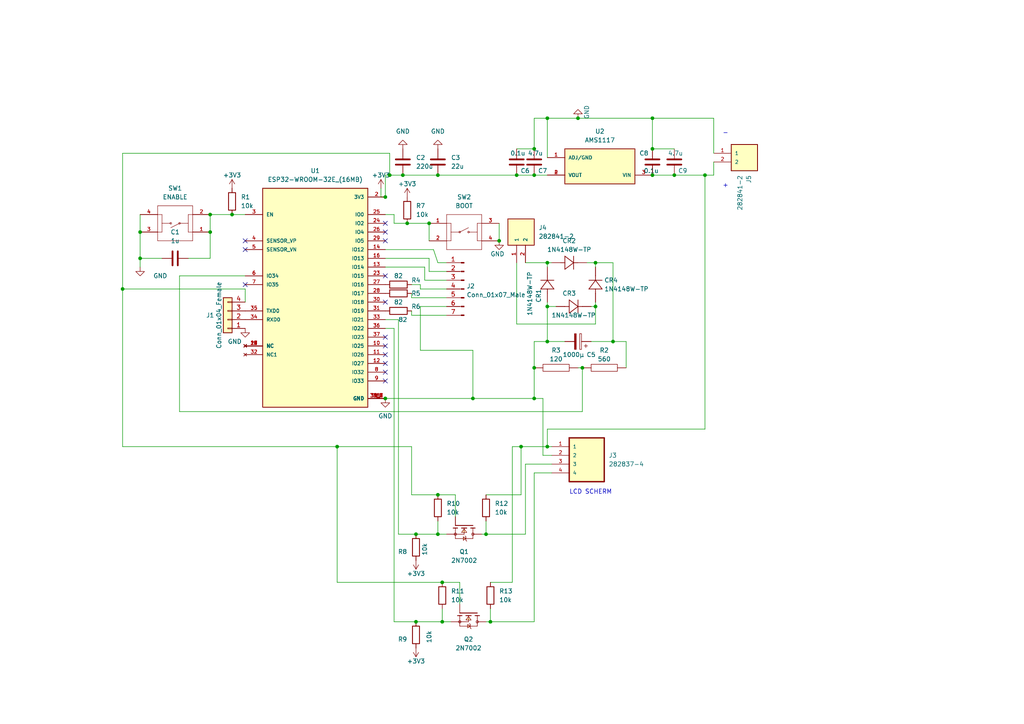
<source format=kicad_sch>
(kicad_sch (version 20211123) (generator eeschema)
  (paper "A4")
  (lib_symbols
    (symbol "1825910-6:1825910-6" (pin_names (offset 1.016) hide)
      (property "Reference" "SW" (at -5.08 5.842 0))
      (property "Value" "1825910-6" (at -5.08 -7.62 0))
      (symbol "1825910-6_0_0"
        (circle (center -1.27 0) (radius 0.254) (stroke (width 0.127)))
        (polyline (pts (xy -5.08 -5.08) (xy 5.08 -5.08)) (stroke (width 0.127)))
        (polyline (pts (xy -5.08 -2.54) (xy -5.08 -5.08)) (stroke (width 0.127)))
        (polyline (pts (xy -5.08 2.54) (xy -5.08 -2.54)) (stroke (width 0.127)))
        (polyline (pts (xy -5.08 2.54) (xy -3.81 2.54)) (stroke (width 0.127)))
        (polyline (pts (xy -5.08 5.08) (xy -5.08 2.54)) (stroke (width 0.127)))
        (polyline (pts (xy -5.08 5.08) (xy 5.08 5.08)) (stroke (width 0.127)))
        (polyline (pts (xy -3.81 -2.54) (xy -5.08 -2.54)) (stroke (width 0.127)))
        (polyline (pts (xy -3.81 0) (xy -3.81 -2.54)) (stroke (width 0.127)))
        (polyline (pts (xy -3.81 0) (xy -1.27 0)) (stroke (width 0.127)))
        (polyline (pts (xy -3.81 2.54) (xy -3.81 0)) (stroke (width 0.127)))
        (polyline (pts (xy -1.27 0) (xy 1.27 1.27)) (stroke (width 0.127)))
        (polyline (pts (xy 1.27 0) (xy 3.81 0)) (stroke (width 0.127)))
        (polyline (pts (xy 3.81 -2.54) (xy 5.08 -2.54)) (stroke (width 0.127)))
        (polyline (pts (xy 3.81 0) (xy 3.81 -2.54)) (stroke (width 0.127)))
        (polyline (pts (xy 3.81 0) (xy 3.81 2.54)) (stroke (width 0.127)))
        (polyline (pts (xy 3.81 2.54) (xy 5.08 2.54)) (stroke (width 0.127)))
        (polyline (pts (xy 5.08 -2.54) (xy 5.08 -5.08)) (stroke (width 0.127)))
        (polyline (pts (xy 5.08 2.54) (xy 5.08 -2.54)) (stroke (width 0.127)))
        (polyline (pts (xy 5.08 5.08) (xy 5.08 2.54)) (stroke (width 0.127)))
        (circle (center 1.27 0) (radius 0.254) (stroke (width 0.127)))
        (pin passive line (at -10.16 2.54 0) (length 5.08) (name "~") (number "1"))
        (pin passive line (at -10.16 -2.54 0) (length 5.08) (name "~") (number "2"))
        (pin passive line (at 10.16 2.54 180) (length 5.08) (name "~") (number "3"))
        (pin passive line (at 10.16 -2.54 180) (length 5.08) (name "~") (number "4"))
      )
    )
    (symbol "1N4148W-TP:1N4148W-TP" (pin_numbers hide) (pin_names (offset 1.016) hide)
      (property "Reference" "CR" (at -2.8194 2.6924 0))
      (property "Value" "1N4148W-TP" (at -3.8862 -5.5372 0))
      (symbol "1N4148W-TP_0_0"
        (polyline (pts (xy 2.54 0) (xy 3.81 0)) (stroke (width 0.2032)))
        (polyline (pts (xy 3.81 -1.905) (xy 6.35 0)) (stroke (width 0.2032)))
        (polyline (pts (xy 3.81 0) (xy 3.81 -1.905)) (stroke (width 0.2032)))
        (polyline (pts (xy 3.81 1.905) (xy 3.81 0)) (stroke (width 0.2032)))
        (polyline (pts (xy 6.35 -1.905) (xy 6.35 0)) (stroke (width 0.2032)))
        (polyline (pts (xy 6.35 0) (xy 3.81 1.905)) (stroke (width 0.2032)))
        (polyline (pts (xy 6.35 0) (xy 6.35 1.905)) (stroke (width 0.2032)))
        (polyline (pts (xy 6.35 0) (xy 7.62 0)) (stroke (width 0.2032)))
        (pin passive line (at 10.16 0 180) (length 2.54) (name "~") (number "1"))
        (pin passive line (at 0 0 0) (length 2.54) (name "~") (number "2"))
      )
    )
    (symbol "282837-4:282837-4" (pin_names (offset 1.016))
      (property "Reference" "J" (at 0 12.7 0))
      (property "Value" "282837-4" (at 0 -10.16 0))
      (symbol "282837-4_0_0"
        (rectangle (start -5.08 -5.08) (end 5.08 7.62) (stroke (width 0.4064)) (fill (type background)))
        (pin passive line (at -10.16 5.08 0) (length 5.08) (name "1") (number "1"))
        (pin passive line (at -10.16 2.54 0) (length 5.08) (name "2") (number "2"))
        (pin passive line (at -10.16 0 0) (length 5.08) (name "3") (number "3"))
        (pin passive line (at -10.16 -2.54 0) (length 5.08) (name "4") (number "4"))
      )
    )
    (symbol "282841-2:282841-2" (pin_names (offset 1.016))
      (property "Reference" "J" (at 0 10.16 0))
      (property "Value" "282841-2" (at 0 -7.62 0))
      (symbol "282841-2_0_0"
        (rectangle (start -5.08 -2.54) (end 2.54 5.08) (stroke (width 0.254)) (fill (type background)))
        (pin passive line (at -10.16 2.54 0) (length 5.08) (name "1") (number "1"))
        (pin passive line (at -10.16 0 0) (length 5.08) (name "2") (number "2"))
      )
    )
    (symbol "2N7002:2N7002" (pin_numbers hide) (pin_names (offset 1.016) hide)
      (property "Reference" "Q" (at -8.89 2.54 0))
      (property "Value" "2N7002" (at -8.89 -7.62 0))
      (symbol "2N7002_0_0"
        (polyline (pts (xy 0 2.54) (xy 0 -2.54)) (stroke (width 0.254)))
        (polyline (pts (xy 0.762 -2.54) (xy 0.762 -3.175)) (stroke (width 0.254)))
        (polyline (pts (xy 0.762 -1.905) (xy 0.762 -2.54)) (stroke (width 0.254)))
        (polyline (pts (xy 0.762 0) (xy 0.762 -0.762)) (stroke (width 0.254)))
        (polyline (pts (xy 0.762 0) (xy 2.54 0)) (stroke (width 0.1524)))
        (polyline (pts (xy 0.762 0.762) (xy 0.762 0)) (stroke (width 0.254)))
        (polyline (pts (xy 0.762 2.54) (xy 0.762 1.905)) (stroke (width 0.254)))
        (polyline (pts (xy 0.762 2.54) (xy 3.81 2.54)) (stroke (width 0.1524)))
        (polyline (pts (xy 0.762 3.175) (xy 0.762 2.54)) (stroke (width 0.254)))
        (polyline (pts (xy 2.54 -2.54) (xy 0.762 -2.54)) (stroke (width 0.1524)))
        (polyline (pts (xy 2.54 -2.54) (xy 3.81 -2.54)) (stroke (width 0.1524)))
        (polyline (pts (xy 2.54 0) (xy 2.54 -2.54)) (stroke (width 0.1524)))
        (polyline (pts (xy 3.302 0.508) (xy 3.048 0.254)) (stroke (width 0.1524)))
        (polyline (pts (xy 3.81 0.508) (xy 3.302 0.508)) (stroke (width 0.1524)))
        (polyline (pts (xy 3.81 0.508) (xy 3.81 -2.54)) (stroke (width 0.1524)))
        (polyline (pts (xy 3.81 2.54) (xy 3.81 0.508)) (stroke (width 0.1524)))
        (polyline (pts (xy 4.318 0.508) (xy 3.81 0.508)) (stroke (width 0.1524)))
        (polyline (pts (xy 4.572 0.762) (xy 4.318 0.508)) (stroke (width 0.1524)))
        (polyline (pts (xy 1.016 0) (xy 2.032 0.762) (xy 2.032 -0.762) (xy 1.016 0)) (stroke (width 0.1524)) (fill (type background)))
        (polyline (pts (xy 3.81 0.508) (xy 3.302 -0.254) (xy 4.318 -0.254) (xy 3.81 0.508)) (stroke (width 0.1524)) (fill (type background)))
        (circle (center 2.54 -2.54) (radius 0.3556))
        (circle (center 2.54 2.54) (radius 0.3556))
        (pin passive line (at -2.54 -2.54 0) (length 2.54) (name "~") (number "1"))
        (pin passive line (at 2.54 -5.08 90) (length 2.54) (name "~") (number "2"))
        (pin passive line (at 2.54 5.08 270) (length 2.54) (name "~") (number "3"))
      )
    )
    (symbol "AMS1117:AMS1117" (pin_names (offset 1.016))
      (property "Reference" "U" (at -10.16 5.588 0))
      (property "Value" "AMS1117" (at -10.16 -8.128 0))
      (symbol "AMS1117_0_0"
        (rectangle (start -10.16 -5.08) (end 10.16 5.08) (stroke (width 0.254)) (fill (type background)))
        (pin power_in line (at 15.24 -2.54 180) (length 5.08) (name "ADJ/GND") (number "1"))
        (pin output line (at 15.24 2.54 180) (length 5.08) (name "VOUT") (number "2"))
        (pin input line (at -15.24 2.54 0) (length 5.08) (name "VIN") (number "3"))
        (pin output line (at 15.24 2.54 180) (length 5.08) (name "VOUT") (number "4"))
      )
    )
    (symbol "Connector:Conn_01x07_Male" (pin_names (offset 1.016) hide)
      (property "Reference" "J" (at 0 10.16 0))
      (property "Value" "Conn_01x07_Male" (at 0 -10.16 0))
      (symbol "Conn_01x07_Male_1_1"
        (polyline (pts (xy 1.27 -7.62) (xy 0.8636 -7.62)) (stroke (width 0.1524)))
        (polyline (pts (xy 1.27 -5.08) (xy 0.8636 -5.08)) (stroke (width 0.1524)))
        (polyline (pts (xy 1.27 -2.54) (xy 0.8636 -2.54)) (stroke (width 0.1524)))
        (polyline (pts (xy 1.27 0) (xy 0.8636 0)) (stroke (width 0.1524)))
        (polyline (pts (xy 1.27 2.54) (xy 0.8636 2.54)) (stroke (width 0.1524)))
        (polyline (pts (xy 1.27 5.08) (xy 0.8636 5.08)) (stroke (width 0.1524)))
        (polyline (pts (xy 1.27 7.62) (xy 0.8636 7.62)) (stroke (width 0.1524)))
        (rectangle (start 0.8636 -7.493) (end 0 -7.747) (stroke (width 0.1524)) (fill (type outline)))
        (rectangle (start 0.8636 -4.953) (end 0 -5.207) (stroke (width 0.1524)) (fill (type outline)))
        (rectangle (start 0.8636 -2.413) (end 0 -2.667) (stroke (width 0.1524)) (fill (type outline)))
        (rectangle (start 0.8636 0.127) (end 0 -0.127) (stroke (width 0.1524)) (fill (type outline)))
        (rectangle (start 0.8636 2.667) (end 0 2.413) (stroke (width 0.1524)) (fill (type outline)))
        (rectangle (start 0.8636 5.207) (end 0 4.953) (stroke (width 0.1524)) (fill (type outline)))
        (rectangle (start 0.8636 7.747) (end 0 7.493) (stroke (width 0.1524)) (fill (type outline)))
        (pin passive line (at 5.08 7.62 180) (length 3.81) (name "Pin_1") (number "1"))
        (pin passive line (at 5.08 5.08 180) (length 3.81) (name "Pin_2") (number "2"))
        (pin passive line (at 5.08 2.54 180) (length 3.81) (name "Pin_3") (number "3"))
        (pin passive line (at 5.08 0 180) (length 3.81) (name "Pin_4") (number "4"))
        (pin passive line (at 5.08 -2.54 180) (length 3.81) (name "Pin_5") (number "5"))
        (pin passive line (at 5.08 -5.08 180) (length 3.81) (name "Pin_6") (number "6"))
        (pin passive line (at 5.08 -7.62 180) (length 3.81) (name "Pin_7") (number "7"))
      )
    )
    (symbol "Connector_Generic:Conn_01x04" (pin_names (offset 1.016) hide)
      (property "Reference" "J" (at 0 5.08 0))
      (property "Value" "Conn_01x04" (at 0 -7.62 0))
      (symbol "Conn_01x04_1_1"
        (rectangle (start -1.27 -4.953) (end 0 -5.207) (stroke (width 0.1524)))
        (rectangle (start -1.27 -2.413) (end 0 -2.667) (stroke (width 0.1524)))
        (rectangle (start -1.27 0.127) (end 0 -0.127) (stroke (width 0.1524)))
        (rectangle (start -1.27 2.667) (end 0 2.413) (stroke (width 0.1524)))
        (rectangle (start -1.27 3.81) (end 1.27 -6.35) (stroke (width 0.254)) (fill (type background)))
        (pin passive line (at -5.08 2.54 0) (length 3.81) (name "Pin_1") (number "1"))
        (pin passive line (at -5.08 0 0) (length 3.81) (name "Pin_2") (number "2"))
        (pin passive line (at -5.08 -2.54 0) (length 3.81) (name "Pin_3") (number "3"))
        (pin passive line (at -5.08 -5.08 0) (length 3.81) (name "Pin_4") (number "4"))
      )
    )
    (symbol "Device:C" (pin_numbers hide) (pin_names (offset 0.254))
      (property "Reference" "C" (at 0.635 2.54 0))
      (property "Value" "C" (at 0.635 -2.54 0))
      (symbol "C_0_1"
        (polyline (pts (xy -2.032 -0.762) (xy 2.032 -0.762)) (stroke (width 0.508)))
        (polyline (pts (xy -2.032 0.762) (xy 2.032 0.762)) (stroke (width 0.508)))
      )
      (symbol "C_1_1"
        (pin passive line (at 0 3.81 270) (length 2.794) (name "~") (number "1"))
        (pin passive line (at 0 -3.81 90) (length 2.794) (name "~") (number "2"))
      )
    )
    (symbol "Device:C_Polarized" (pin_numbers hide) (pin_names (offset 0.254))
      (property "Reference" "C" (at 0.635 2.54 0))
      (property "Value" "C_Polarized" (at 0.635 -2.54 0))
      (symbol "C_Polarized_0_1"
        (rectangle (start -2.286 0.508) (end 2.286 1.016))
        (polyline (pts (xy -1.778 2.286) (xy -0.762 2.286)))
        (polyline (pts (xy -1.27 2.794) (xy -1.27 1.778)))
        (rectangle (start 2.286 -0.508) (end -2.286 -1.016) (fill (type outline)))
      )
      (symbol "C_Polarized_1_1"
        (pin passive line (at 0 3.81 270) (length 2.794) (name "~") (number "1"))
        (pin passive line (at 0 -3.81 90) (length 2.794) (name "~") (number "2"))
      )
    )
    (symbol "Device:R" (pin_numbers hide) (pin_names (offset 0))
      (property "Reference" "R" (at 2.032 0 90))
      (property "Value" "R" (at 0 0 90))
      (symbol "R_0_1"
        (rectangle (start -1.016 -2.54) (end 1.016 2.54) (stroke (width 0.254)))
      )
      (symbol "R_1_1"
        (pin passive line (at 0 3.81 270) (length 1.27) (name "~") (number "1"))
        (pin passive line (at 0 -3.81 90) (length 1.27) (name "~") (number "2"))
      )
    )
    (symbol "ESP32-WROOM-32E__16MB_:ESP32-WROOM-32E_(16MB)" (pin_names (offset 1.016))
      (property "Reference" "U" (at -15.24 33.909 0))
      (property "Value" "ESP32-WROOM-32E_(16MB)" (at -15.24 -33.02 0))
      (symbol "ESP32-WROOM-32E_(16MB)_0_0"
        (rectangle (start -15.24 -30.48) (end 15.24 33.02) (stroke (width 0.254)) (fill (type background)))
        (pin power_in line (at 20.32 -27.94 180) (length 5.08) (name "GND") (number "1"))
        (pin bidirectional line (at 20.32 -12.7 180) (length 5.08) (name "IO25") (number "10"))
        (pin bidirectional line (at 20.32 -15.24 180) (length 5.08) (name "IO26") (number "11"))
        (pin bidirectional line (at 20.32 -17.78 180) (length 5.08) (name "IO27") (number "12"))
        (pin bidirectional line (at 20.32 10.16 180) (length 5.08) (name "IO14") (number "13"))
        (pin bidirectional line (at 20.32 15.24 180) (length 5.08) (name "IO12") (number "14"))
        (pin power_in line (at 20.32 -27.94 180) (length 5.08) (name "GND") (number "15"))
        (pin bidirectional line (at 20.32 12.7 180) (length 5.08) (name "IO13") (number "16"))
        (pin no_connect line (at -20.32 -12.7 0) (length 5.08) (name "NC") (number "17"))
        (pin no_connect line (at -20.32 -12.7 0) (length 5.08) (name "NC") (number "18"))
        (pin no_connect line (at -20.32 -12.7 0) (length 5.08) (name "NC") (number "19"))
        (pin power_in line (at 20.32 30.48 180) (length 5.08) (name "3V3") (number "2"))
        (pin no_connect line (at -20.32 -12.7 0) (length 5.08) (name "NC") (number "20"))
        (pin no_connect line (at -20.32 -12.7 0) (length 5.08) (name "NC") (number "21"))
        (pin no_connect line (at -20.32 -12.7 0) (length 5.08) (name "NC") (number "22"))
        (pin bidirectional line (at 20.32 7.62 180) (length 5.08) (name "IO15") (number "23"))
        (pin bidirectional line (at 20.32 22.86 180) (length 5.08) (name "IO2") (number "24"))
        (pin bidirectional line (at 20.32 25.4 180) (length 5.08) (name "IO0") (number "25"))
        (pin bidirectional line (at 20.32 20.32 180) (length 5.08) (name "IO4") (number "26"))
        (pin bidirectional line (at 20.32 5.08 180) (length 5.08) (name "IO16") (number "27"))
        (pin bidirectional line (at 20.32 2.54 180) (length 5.08) (name "IO17") (number "28"))
        (pin bidirectional line (at 20.32 17.78 180) (length 5.08) (name "IO5") (number "29"))
        (pin input line (at -20.32 25.4 0) (length 5.08) (name "EN") (number "3"))
        (pin bidirectional line (at 20.32 0 180) (length 5.08) (name "IO18") (number "30"))
        (pin bidirectional line (at 20.32 -2.54 180) (length 5.08) (name "IO19") (number "31"))
        (pin no_connect line (at -20.32 -15.24 0) (length 5.08) (name "NC1") (number "32"))
        (pin bidirectional line (at 20.32 -5.08 180) (length 5.08) (name "IO21") (number "33"))
        (pin bidirectional line (at -20.32 -5.08 0) (length 5.08) (name "RXD0") (number "34"))
        (pin bidirectional line (at -20.32 -2.54 0) (length 5.08) (name "TXD0") (number "35"))
        (pin bidirectional line (at 20.32 -7.62 180) (length 5.08) (name "IO22") (number "36"))
        (pin bidirectional line (at 20.32 -10.16 180) (length 5.08) (name "IO23") (number "37"))
        (pin power_in line (at 20.32 -27.94 180) (length 5.08) (name "GND") (number "38"))
        (pin power_in line (at 20.32 -27.94 180) (length 5.08) (name "GND") (number "39_1"))
        (pin power_in line (at 20.32 -27.94 180) (length 5.08) (name "GND") (number "39_2"))
        (pin power_in line (at 20.32 -27.94 180) (length 5.08) (name "GND") (number "39_3"))
        (pin power_in line (at 20.32 -27.94 180) (length 5.08) (name "GND") (number "39_4"))
        (pin power_in line (at 20.32 -27.94 180) (length 5.08) (name "GND") (number "39_5"))
        (pin power_in line (at 20.32 -27.94 180) (length 5.08) (name "GND") (number "39_6"))
        (pin power_in line (at 20.32 -27.94 180) (length 5.08) (name "GND") (number "39_7"))
        (pin power_in line (at 20.32 -27.94 180) (length 5.08) (name "GND") (number "39_8"))
        (pin power_in line (at 20.32 -27.94 180) (length 5.08) (name "GND") (number "39_9"))
        (pin input line (at -20.32 17.78 0) (length 5.08) (name "SENSOR_VP") (number "4"))
        (pin input line (at -20.32 15.24 0) (length 5.08) (name "SENSOR_VN") (number "5"))
        (pin input line (at -20.32 7.62 0) (length 5.08) (name "IO34") (number "6"))
        (pin input line (at -20.32 5.08 0) (length 5.08) (name "IO35") (number "7"))
        (pin bidirectional line (at 20.32 -20.32 180) (length 5.08) (name "IO32") (number "8"))
        (pin bidirectional line (at 20.32 -22.86 180) (length 5.08) (name "IO33") (number "9"))
      )
    )
    (symbol "power:+3V3" (power) (pin_names (offset 0))
      (property "Value" "+3V3" (at 0 3.556 0))
      (symbol "+3V3_0_1"
        (polyline (pts (xy -0.762 1.27) (xy 0 2.54)))
        (polyline (pts (xy 0 0) (xy 0 2.54)))
        (polyline (pts (xy 0 2.54) (xy 0.762 1.27)))
      )
      (symbol "+3V3_1_1"
        (pin power_in line (at 0 0 90) (length 0) hide (name "+3V3") (number "1"))
      )
    )
    (symbol "power:GND" (power) (pin_names (offset 0))
      (property "Value" "GND" (at 0 -3.81 0))
      (symbol "GND_0_1"
        (polyline (pts (xy 0 0) (xy 0 -1.27) (xy 1.27 -1.27) (xy 0 -2.54) (xy -1.27 -1.27) (xy 0 -1.27)))
      )
      (symbol "GND_1_1"
        (pin power_in line (at 0 0 270) (length 0) hide (name "GND") (number "1"))
      )
    )
    (symbol "pspice:R" (pin_numbers hide) (pin_names (offset 0))
      (property "Reference" "R" (at 2.032 0 90))
      (property "Value" "R" (at 0 0 90))
      (symbol "R_0_1"
        (rectangle (start -1.016 3.81) (end 1.016 -3.81))
      )
      (symbol "R_1_1"
        (pin passive line (at 0 6.35 270) (length 2.54) (name "~") (number "1"))
        (pin passive line (at 0 -6.35 90) (length 2.54) (name "~") (number "2"))
      )
    )
  )
  (junction (at 128.27 168.91))
  (junction (at 172.72 76.2))
  (junction (at 172.72 88.9))
  (junction (at 111.76 115.57))
  (junction (at 40.64 74.93))
  (junction (at 124.46 64.77))
  (junction (at 189.23 50.8))
  (junction (at 128.27 180.34))
  (junction (at 60.96 67.31))
  (junction (at 151.13 129.54))
  (junction (at 111.76 57.15))
  (junction (at 154.94 106.68))
  (junction (at 40.64 67.31))
  (junction (at 189.23 34.29))
  (junction (at 158.75 76.2))
  (junction (at 189.23 43.18))
  (junction (at 144.78 69.85))
  (junction (at 60.96 62.23))
  (junction (at 167.64 34.29))
  (junction (at 120.65 154.94))
  (junction (at 158.75 99.06))
  (junction (at 154.94 115.57))
  (junction (at 154.94 50.8))
  (junction (at 149.86 50.8))
  (junction (at 127 143.51))
  (junction (at 35.56 83.82))
  (junction (at 158.75 88.9))
  (junction (at 195.58 50.8))
  (junction (at 158.75 129.54))
  (junction (at 118.11 64.77))
  (junction (at 137.16 115.57))
  (junction (at 142.24 180.34))
  (junction (at 158.75 34.29))
  (junction (at 116.84 50.8))
  (junction (at 97.79 129.54))
  (junction (at 204.47 50.8))
  (junction (at 120.65 180.34))
  (junction (at 177.8 99.06))
  (junction (at 168.91 106.68))
  (junction (at 113.03 50.8))
  (junction (at 154.94 43.18))
  (junction (at 67.31 62.23))
  (junction (at 140.97 154.94))
  (junction (at 127 154.94))
  (junction (at 127 50.8))
  (no_connect (at 71.12 82.55))
  (no_connect (at 111.76 110.49))
  (no_connect (at 111.76 80.01))
  (no_connect (at 111.76 97.79))
  (no_connect (at 71.12 72.39))
  (no_connect (at 71.12 69.85))
  (no_connect (at 111.76 87.63))
  (no_connect (at 111.76 102.87))
  (no_connect (at 111.76 100.33))
  (no_connect (at 111.76 67.31))
  (no_connect (at 111.76 69.85))
  (no_connect (at 111.76 105.41))
  (no_connect (at 111.76 107.95))
  (no_connect (at 111.76 64.77))
  (wire (pts (xy 158.75 87.63) (xy 158.75 88.9)))
  (wire (pts (xy 151.13 129.54) (xy 151.13 143.51)))
  (wire (pts (xy 67.31 62.23) (xy 71.12 62.23)))
  (wire (pts (xy 125.73 72.39) (xy 127 76.2)))
  (wire (pts (xy 128.27 176.53) (xy 128.27 180.34)))
  (wire (pts (xy 149.86 50.8) (xy 154.94 50.8)))
  (wire (pts (xy 114.3 62.23) (xy 114.3 64.77)))
  (wire (pts (xy 113.03 44.45) (xy 113.03 50.8)))
  (wire (pts (xy 172.72 76.2) (xy 172.72 77.47)))
  (wire (pts (xy 158.75 88.9) (xy 158.75 99.06)))
  (wire (pts (xy 54.61 74.93) (xy 60.96 74.93)))
  (wire (pts (xy 167.64 34.29) (xy 158.75 34.29)))
  (wire (pts (xy 140.97 154.94) (xy 152.4 154.94)))
  (wire (pts (xy 189.23 34.29) (xy 167.64 34.29)))
  (wire (pts (xy 111.76 50.8) (xy 113.03 50.8)))
  (wire (pts (xy 204.47 50.8) (xy 204.47 124.46)))
  (wire (pts (xy 154.94 137.16) (xy 160.02 137.16)))
  (wire (pts (xy 158.75 34.29) (xy 158.75 45.72)))
  (wire (pts (xy 124.46 78.74) (xy 129.54 78.74)))
  (wire (pts (xy 181.61 99.06) (xy 181.61 106.68)))
  (wire (pts (xy 127 76.2) (xy 129.54 76.2)))
  (wire (pts (xy 116.84 50.8) (xy 127 50.8)))
  (wire (pts (xy 115.57 154.94) (xy 120.65 154.94)))
  (wire (pts (xy 171.45 88.9) (xy 172.72 88.9)))
  (wire (pts (xy 121.92 83.82) (xy 129.54 83.82)))
  (wire (pts (xy 181.61 99.06) (xy 177.8 99.06)))
  (wire (pts (xy 119.38 86.36) (xy 129.54 86.36)))
  (wire (pts (xy 113.03 50.8) (xy 116.84 50.8)))
  (wire (pts (xy 195.58 50.8) (xy 204.47 50.8)))
  (wire (pts (xy 189.23 43.18) (xy 189.23 34.29)))
  (wire (pts (xy 137.16 115.57) (xy 154.94 115.57)))
  (wire (pts (xy 142.24 180.34) (xy 154.94 180.34)))
  (wire (pts (xy 71.12 87.63) (xy 71.12 83.82)))
  (wire (pts (xy 170.18 76.2) (xy 172.72 76.2)))
  (wire (pts (xy 171.45 99.06) (xy 177.8 99.06)))
  (wire (pts (xy 157.48 132.08) (xy 160.02 132.08)))
  (wire (pts (xy 115.57 92.71) (xy 111.76 92.71)))
  (wire (pts (xy 154.94 106.68) (xy 154.94 115.57)))
  (wire (pts (xy 157.48 115.57) (xy 157.48 132.08)))
  (wire (pts (xy 111.76 72.39) (xy 125.73 72.39)))
  (wire (pts (xy 40.64 74.93) (xy 40.64 77.47)))
  (wire (pts (xy 189.23 43.18) (xy 195.58 43.18)))
  (wire (pts (xy 114.3 64.77) (xy 118.11 64.77)))
  (wire (pts (xy 40.64 67.31) (xy 40.64 62.23)))
  (wire (pts (xy 114.3 180.34) (xy 120.65 180.34)))
  (wire (pts (xy 152.4 134.62) (xy 152.4 154.94)))
  (wire (pts (xy 114.3 95.25) (xy 111.76 95.25)))
  (wire (pts (xy 132.08 143.51) (xy 127 143.51)))
  (wire (pts (xy 152.4 134.62) (xy 160.02 134.62)))
  (wire (pts (xy 35.56 83.82) (xy 35.56 44.45)))
  (wire (pts (xy 207.01 46.99) (xy 207.01 50.8)))
  (wire (pts (xy 127 151.13) (xy 127 154.94)))
  (wire (pts (xy 111.76 77.47) (xy 123.19 77.47)))
  (wire (pts (xy 119.38 82.55) (xy 121.92 82.55)))
  (wire (pts (xy 158.75 99.06) (xy 163.83 99.06)))
  (wire (pts (xy 154.94 34.29) (xy 154.94 43.18)))
  (wire (pts (xy 158.75 34.29) (xy 154.94 34.29)))
  (wire (pts (xy 110.49 54.61) (xy 110.49 57.15)))
  (wire (pts (xy 111.76 50.8) (xy 111.76 57.15)))
  (wire (pts (xy 123.19 81.28) (xy 129.54 81.28)))
  (wire (pts (xy 119.38 90.17) (xy 119.38 91.44)))
  (wire (pts (xy 204.47 50.8) (xy 207.01 50.8)))
  (wire (pts (xy 140.97 143.51) (xy 151.13 143.51)))
  (wire (pts (xy 207.01 34.29) (xy 189.23 34.29)))
  (wire (pts (xy 154.94 137.16) (xy 154.94 180.34)))
  (wire (pts (xy 124.46 74.93) (xy 124.46 78.74)))
  (wire (pts (xy 97.79 168.91) (xy 128.27 168.91)))
  (wire (pts (xy 128.27 180.34) (xy 130.81 180.34)))
  (wire (pts (xy 140.97 151.13) (xy 140.97 154.94)))
  (wire (pts (xy 123.19 77.47) (xy 123.19 81.28)))
  (wire (pts (xy 119.38 143.51) (xy 127 143.51)))
  (wire (pts (xy 168.91 119.38) (xy 168.91 106.68)))
  (wire (pts (xy 40.64 67.31) (xy 40.64 74.93)))
  (wire (pts (xy 60.96 74.93) (xy 60.96 67.31)))
  (wire (pts (xy 127 50.8) (xy 149.86 50.8)))
  (wire (pts (xy 172.72 88.9) (xy 172.72 93.98)))
  (wire (pts (xy 111.76 74.93) (xy 124.46 74.93)))
  (wire (pts (xy 35.56 83.82) (xy 35.56 129.54)))
  (wire (pts (xy 35.56 44.45) (xy 113.03 44.45)))
  (wire (pts (xy 120.65 180.34) (xy 128.27 180.34)))
  (wire (pts (xy 142.24 168.91) (xy 148.59 168.91)))
  (wire (pts (xy 132.08 149.86) (xy 132.08 143.51)))
  (wire (pts (xy 119.38 129.54) (xy 119.38 143.51)))
  (wire (pts (xy 152.4 76.2) (xy 158.75 76.2)))
  (wire (pts (xy 142.24 176.53) (xy 142.24 180.34)))
  (wire (pts (xy 40.64 74.93) (xy 46.99 74.93)))
  (wire (pts (xy 189.23 50.8) (xy 195.58 50.8)))
  (wire (pts (xy 133.35 168.91) (xy 128.27 168.91)))
  (wire (pts (xy 148.59 129.54) (xy 148.59 168.91)))
  (wire (pts (xy 151.13 129.54) (xy 158.75 129.54)))
  (wire (pts (xy 154.94 50.8) (xy 158.75 50.8)))
  (wire (pts (xy 115.57 92.71) (xy 115.57 154.94)))
  (wire (pts (xy 172.72 87.63) (xy 172.72 88.9)))
  (wire (pts (xy 151.13 129.54) (xy 148.59 129.54)))
  (wire (pts (xy 144.78 64.77) (xy 144.78 69.85)))
  (wire (pts (xy 158.75 76.2) (xy 158.75 77.47)))
  (wire (pts (xy 172.72 76.2) (xy 177.8 76.2)))
  (wire (pts (xy 207.01 44.45) (xy 207.01 34.29)))
  (wire (pts (xy 158.75 76.2) (xy 160.02 76.2)))
  (wire (pts (xy 154.94 99.06) (xy 158.75 99.06)))
  (wire (pts (xy 121.92 88.9) (xy 121.92 101.6)))
  (wire (pts (xy 121.92 88.9) (xy 129.54 88.9)))
  (wire (pts (xy 158.75 88.9) (xy 161.29 88.9)))
  (wire (pts (xy 133.35 175.26) (xy 133.35 168.91)))
  (wire (pts (xy 127 154.94) (xy 129.54 154.94)))
  (wire (pts (xy 52.07 119.38) (xy 52.07 80.01)))
  (wire (pts (xy 149.86 43.18) (xy 154.94 43.18)))
  (wire (pts (xy 52.07 119.38) (xy 168.91 119.38)))
  (wire (pts (xy 140.97 180.34) (xy 142.24 180.34)))
  (wire (pts (xy 114.3 95.25) (xy 114.3 180.34)))
  (wire (pts (xy 110.49 57.15) (xy 111.76 57.15)))
  (wire (pts (xy 124.46 64.77) (xy 124.46 69.85)))
  (wire (pts (xy 121.92 101.6) (xy 137.16 101.6)))
  (wire (pts (xy 158.75 124.46) (xy 204.47 124.46)))
  (wire (pts (xy 114.3 62.23) (xy 111.76 62.23)))
  (wire (pts (xy 60.96 67.31) (xy 60.96 62.23)))
  (wire (pts (xy 35.56 129.54) (xy 97.79 129.54)))
  (wire (pts (xy 71.12 83.82) (xy 35.56 83.82)))
  (wire (pts (xy 177.8 76.2) (xy 177.8 99.06)))
  (wire (pts (xy 154.94 106.68) (xy 154.94 99.06)))
  (wire (pts (xy 139.7 154.94) (xy 140.97 154.94)))
  (wire (pts (xy 158.75 124.46) (xy 158.75 129.54)))
  (wire (pts (xy 167.64 106.68) (xy 168.91 106.68)))
  (wire (pts (xy 120.65 154.94) (xy 127 154.94)))
  (wire (pts (xy 60.96 62.23) (xy 67.31 62.23)))
  (wire (pts (xy 97.79 129.54) (xy 119.38 129.54)))
  (wire (pts (xy 158.75 129.54) (xy 160.02 129.54)))
  (wire (pts (xy 111.76 115.57) (xy 137.16 115.57)))
  (wire (pts (xy 52.07 80.01) (xy 71.12 80.01)))
  (wire (pts (xy 119.38 85.09) (xy 119.38 86.36)))
  (wire (pts (xy 97.79 168.91) (xy 97.79 129.54)))
  (wire (pts (xy 121.92 82.55) (xy 121.92 83.82)))
  (wire (pts (xy 118.11 64.77) (xy 124.46 64.77)))
  (wire (pts (xy 154.94 115.57) (xy 157.48 115.57)))
  (wire (pts (xy 137.16 101.6) (xy 137.16 115.57)))
  (wire (pts (xy 119.38 91.44) (xy 129.54 91.44)))
  (wire (pts (xy 149.86 93.98) (xy 172.72 93.98)))
  (wire (pts (xy 149.86 76.2) (xy 149.86 93.98)))
  (text "LCD SCHERM" (at 165.1 143.51 0) (effects (font (size 1.27 1.27)) (justify left bottom)))
  (text "-" (at 209.55 39.37 0) (effects (font (size 1.27 1.27)) (justify left bottom)))
  (text "+" (at 209.55 54.61 0) (effects (font (size 1.27 1.27)) (justify left bottom)))
  (symbol (lib_id "power:+3V3") (at 110.49 54.61 0) (unit 1)
    (property "Reference" "#PWR0108" (effects hide))
    (property "Value" "+3V3" (at 110.49 50.8 0))
  )
  (symbol (lib_id "Device:R") (at 115.57 85.09 90) (unit 1)
    (property "Reference" "R5" (at 120.65 85.09 90))
    (property "Value" "82" (at 115.57 87.63 90))
    (property "Footprint" "Resistor_SMD:R_0805_2012Metric_Pad1.20x1.40mm_HandSolder" (effects hide))
  )
  (symbol (lib_id "Device:R") (at 128.27 172.72 0) (unit 1)
    (property "Reference" "R11" (at 130.81 171.4499 0) (effects (justify left)))
    (property "Value" "10k" (at 130.81 173.9899 0) (effects (justify left)))
    (property "Footprint" "Resistor_SMD:R_0805_2012Metric_Pad1.20x1.40mm_HandSolder" (effects hide))
  )
  (symbol (lib_id "Connector_Generic:Conn_01x04") (at 66.04 92.71 180) (unit 1)
    (property "Reference" "J1" (at 60.96 91.44 0))
    (property "Value" "Conn_01x04_Female" (at 63.5 91.44 90))
    (property "Footprint" "Connector_PinHeader_2.54mm:PinHeader_1x04_P2.54mm_Vertical" (effects hide))
  )
  (symbol (lib_id "pspice:R") (at 175.26 106.68 90) (unit 1)
    (property "Reference" "R2" (at 175.26 101.6 90))
    (property "Value" "560" (at 175.26 104.14 90))
    (property "Footprint" "Resistor_SMD:R_0805_2012Metric_Pad1.20x1.40mm_HandSolder" (effects hide))
  )
  (symbol (lib_id "1N4148W-TP:1N4148W-TP") (at 172.72 87.63 90) (unit 1)
    (property "Reference" "CR4" (at 175.26 81.28 90) (effects (justify right)))
    (property "Value" "1N4148W-TP" (at 175.26 83.82 90) (effects (justify right)))
    (property "Footprint" "Diode_SMD:D_0603_1608Metric_Pad1.05x0.95mm_HandSolder" (effects hide))
    (property "MANUFACTURER_PART_NUMBER" "1N4148W-TP" (effects hide))
    (property "BUILT_BY" "EMA_Cory" (effects hide))
    (property "VENDOR" "Micro Commercial Co" (effects hide))
    (property "DATASHEET" "https://www.mccsemi.com/pdf/Products/1N4148W(SOD123).pdf" (effects hide))
    (property "COPYRIGHT" "Copyright (C) 2018 Accelerated Designs. All rights reserved" (effects hide))
  )
  (symbol (lib_id "Device:C") (at 149.86 46.99 180) (unit 1)
    (property "Reference" "C6" (at 153.67 49.53 0) (effects (justify left)))
    (property "Value" "0.1u" (at 152.4 44.45 0) (effects (justify left)))
    (property "Footprint" "Capacitor_SMD:C_0805_2012Metric_Pad1.18x1.45mm_HandSolder" (effects hide))
  )
  (symbol (lib_id "Device:R") (at 115.57 90.17 90) (unit 1)
    (property "Reference" "R6" (at 120.65 88.9 90))
    (property "Value" "82" (at 116.84 92.71 90))
    (property "Footprint" "Resistor_SMD:R_0805_2012Metric_Pad1.20x1.40mm_HandSolder" (effects hide))
  )
  (symbol (lib_id "1N4148W-TP:1N4148W-TP") (at 161.29 88.9 0) (unit 1)
    (property "Reference" "CR3" (at 165.1 85.09 0))
    (property "Value" "1N4148W-TP" (at 166.37 91.44 0))
    (property "Footprint" "Diode_SMD:D_0603_1608Metric_Pad1.05x0.95mm_HandSolder" (effects hide))
    (property "MANUFACTURER_PART_NUMBER" "1N4148W-TP" (effects hide))
    (property "BUILT_BY" "EMA_Cory" (effects hide))
    (property "VENDOR" "Micro Commercial Co" (effects hide))
    (property "DATASHEET" "https://www.mccsemi.com/pdf/Products/1N4148W(SOD123).pdf" (effects hide))
    (property "COPYRIGHT" "Copyright (C) 2018 Accelerated Designs. All rights reserved" (effects hide))
  )
  (symbol (lib_id "power:GND") (at 111.76 115.57 0) (unit 1)
    (property "Reference" "#PWR0102" (effects hide))
    (property "Value" "GND" (at 111.76 120.65 0))
  )
  (symbol (lib_id "power:GND") (at 167.64 34.29 180) (unit 1)
    (property "Reference" "#PWR05" (effects hide))
    (property "Value" "GND" (at 170.18 30.48 90) (effects (justify left)))
  )
  (symbol (lib_id "1825910-6:1825910-6") (at 134.62 67.31 0) (unit 1)
    (property "Reference" "SW2" (at 134.62 57.15 0))
    (property "Value" "BOOT" (at 134.62 59.69 0))
    (property "Footprint" "libraries:SW_1825910-6-4" (effects hide))
    (property "Comment" "1825910-6" (effects hide))
  )
  (symbol (lib_id "Device:R") (at 120.65 158.75 180) (unit 1)
    (property "Reference" "R8" (at 118.11 160.0201 0) (effects (justify left)))
    (property "Value" "10k" (at 123.19 157.48 90) (effects (justify left)))
    (property "Footprint" "Resistor_SMD:R_0805_2012Metric_Pad1.20x1.40mm_HandSolder" (effects hide))
  )
  (symbol (lib_id "power:GND") (at 127 43.18 180) (unit 1)
    (property "Reference" "#PWR0104" (effects hide))
    (property "Value" "GND" (at 127 38.1 0))
  )
  (symbol (lib_id "Device:R") (at 118.11 60.96 0) (unit 1)
    (property "Reference" "R7" (at 120.65 59.6899 0) (effects (justify left)))
    (property "Value" "10k" (at 120.65 62.2299 0) (effects (justify left)))
    (property "Footprint" "Resistor_SMD:R_0805_2012Metric_Pad1.20x1.40mm_HandSolder" (effects hide))
  )
  (symbol (lib_id "1N4148W-TP:1N4148W-TP") (at 158.75 87.63 90) (unit 1)
    (property "Reference" "CR1" (at 156.21 83.82 0) (effects (justify right)))
    (property "Value" "1N4148W-TP" (at 153.67 78.74 0) (effects (justify right)))
    (property "Footprint" "Diode_SMD:D_0603_1608Metric_Pad1.05x0.95mm_HandSolder" (effects hide))
    (property "MANUFACTURER_PART_NUMBER" "1N4148W-TP" (effects hide))
    (property "BUILT_BY" "EMA_Cory" (effects hide))
    (property "VENDOR" "Micro Commercial Co" (effects hide))
    (property "DATASHEET" "https://www.mccsemi.com/pdf/Products/1N4148W(SOD123).pdf" (effects hide))
    (property "COPYRIGHT" "Copyright (C) 2018 Accelerated Designs. All rights reserved" (effects hide))
  )
  (symbol (lib_id "power:GND") (at 116.84 43.18 180) (unit 1)
    (property "Reference" "#PWR0103" (effects hide))
    (property "Value" "GND" (at 116.84 38.1 0))
  )
  (symbol (lib_id "Device:C") (at 154.94 46.99 180) (unit 1)
    (property "Reference" "C7" (at 158.75 49.53 0) (effects (justify left)))
    (property "Value" "4.7u" (at 157.48 44.45 0) (effects (justify left)))
    (property "Footprint" "Capacitor_SMD:C_0805_2012Metric_Pad1.18x1.45mm_HandSolder" (effects hide))
  )
  (symbol (lib_id "power:+3V3") (at 118.11 57.15 0) (unit 1)
    (property "Reference" "#PWR03" (effects hide))
    (property "Value" "+3V3" (at 118.11 53.34 0))
  )
  (symbol (lib_id "Device:C") (at 116.84 46.99 180) (unit 1)
    (property "Reference" "C2" (at 120.65 45.7199 0) (effects (justify right)))
    (property "Value" "220u" (at 120.65 48.2599 0) (effects (justify right)))
    (property "Footprint" "libraries:CAP_EEE0JA101WR" (effects hide))
  )
  (symbol (lib_id "282841-2:282841-2") (at 152.4 66.04 90) (unit 1)
    (property "Reference" "J4" (at 156.21 66.0399 90) (effects (justify right)))
    (property "Value" "282841-2" (at 156.21 68.5799 90) (effects (justify right)))
    (property "Footprint" "Connector_PinHeader_2.54mm:PinHeader_1x02_P2.54mm_Vertical" (effects hide))
    (property "Comment" "282841-2" (effects hide))
    (property "EU_RoHS_Compliance" "Compliant with Exemptions" (effects hide))
  )
  (symbol (lib_id "282837-4:282837-4") (at 170.18 134.62 0) (unit 1)
    (property "Reference" "J3" (at 176.53 132.0799 0) (effects (justify left)))
    (property "Value" "282837-4" (at 176.53 134.6199 0) (effects (justify left)))
    (property "Footprint" "Connector_PinHeader_2.54mm:PinHeader_1x04_P2.54mm_Vertical" (effects hide))
    (property "Comment" "282837-4" (effects hide))
    (property "EU_RoHS_Compliance" "Compliant with Exemptions" (effects hide))
  )
  (symbol (lib_id "1N4148W-TP:1N4148W-TP") (at 160.02 76.2 0) (unit 1)
    (property "Reference" "CR2" (at 165.1 69.85 0))
    (property "Value" "1N4148W-TP" (at 165.1 72.39 0))
    (property "Footprint" "Diode_SMD:D_0603_1608Metric_Pad1.05x0.95mm_HandSolder" (effects hide))
    (property "MANUFACTURER_PART_NUMBER" "1N4148W-TP" (effects hide))
    (property "BUILT_BY" "EMA_Cory" (effects hide))
    (property "VENDOR" "Micro Commercial Co" (effects hide))
    (property "DATASHEET" "https://www.mccsemi.com/pdf/Products/1N4148W(SOD123).pdf" (effects hide))
    (property "COPYRIGHT" "Copyright (C) 2018 Accelerated Designs. All rights reserved" (effects hide))
  )
  (symbol (lib_id "Device:C") (at 50.8 74.93 90) (unit 1)
    (property "Reference" "C1" (at 50.8 67.31 90))
    (property "Value" "1u" (at 50.8 69.85 90))
    (property "Footprint" "Capacitor_SMD:C_0805_2012Metric_Pad1.18x1.45mm_HandSolder" (effects hide))
  )
  (symbol (lib_id "2N7002:2N7002") (at 135.89 177.8 270) (unit 1)
    (property "Reference" "Q2" (at 135.89 185.42 90))
    (property "Value" "2N7002" (at 135.89 187.96 90))
    (property "Footprint" "2N7002:SOT95P240X111-3N" (effects hide))
    (property "MAXIMUM_PACKAGE_HEIGHT" "1.11 mm" (effects hide))
    (property "STANDARD" "IPC 7351B" (effects hide))
    (property "PARTREV" "4" (effects hide))
    (property "MANUFACTURER" "ON Semiconductor" (effects hide))
  )
  (symbol (lib_id "Device:C") (at 127 46.99 180) (unit 1)
    (property "Reference" "C3" (at 130.81 45.7199 0) (effects (justify right)))
    (property "Value" "22u" (at 130.81 48.2599 0) (effects (justify right)))
    (property "Footprint" "Capacitor_SMD:C_0805_2012Metric_Pad1.18x1.45mm_HandSolder" (effects hide))
  )
  (symbol (lib_id "Device:C") (at 195.58 46.99 180) (unit 1)
    (property "Reference" "C9" (at 199.39 49.53 0) (effects (justify left)))
    (property "Value" "4.7u" (at 198.12 44.45 0) (effects (justify left)))
    (property "Footprint" "Capacitor_SMD:C_0805_2012Metric_Pad1.18x1.45mm_HandSolder" (effects hide))
  )
  (symbol (lib_id "Device:C_Polarized") (at 167.64 99.06 270) (mirror x) (unit 1)
    (property "Reference" "C5" (at 171.45 102.87 90))
    (property "Value" "1000µ" (at 166.37 102.87 90))
    (property "Footprint" "Capacitor_THT:CP_Axial_L26.5mm_D20.0mm_P33.00mm_Horizontal" (effects hide))
  )
  (symbol (lib_id "Device:R") (at 67.31 58.42 0) (unit 1)
    (property "Reference" "R1" (at 69.85 57.1499 0) (effects (justify left)))
    (property "Value" "10k" (at 69.85 59.6899 0) (effects (justify left)))
    (property "Footprint" "Resistor_SMD:R_0805_2012Metric_Pad1.20x1.40mm_HandSolder" (effects hide))
  )
  (symbol (lib_id "power:+3V3") (at 67.31 54.61 0) (unit 1)
    (property "Reference" "#PWR01" (effects hide))
    (property "Value" "+3V3" (at 67.31 50.8 0))
  )
  (symbol (lib_id "Device:R") (at 115.57 82.55 90) (unit 1)
    (property "Reference" "R4" (at 120.65 81.28 90))
    (property "Value" "82" (at 115.57 80.01 90))
    (property "Footprint" "Resistor_SMD:R_0805_2012Metric_Pad1.20x1.40mm_HandSolder" (effects hide))
  )
  (symbol (lib_id "Device:C") (at 189.23 46.99 0) (unit 1)
    (property "Reference" "C8" (at 185.42 44.45 0) (effects (justify left)))
    (property "Value" "0.1u" (at 186.69 49.53 0) (effects (justify left)))
    (property "Footprint" "Capacitor_SMD:C_0805_2012Metric_Pad1.18x1.45mm_HandSolder" (effects hide))
  )
  (symbol (lib_id "power:GND") (at 40.64 77.47 0) (unit 1)
    (property "Reference" "#PWR0101" (effects hide))
    (property "Value" "GND" (at 44.45 80.01 0) (effects (justify left)))
  )
  (symbol (lib_id "power:GND") (at 144.78 69.85 0) (unit 1)
    (property "Reference" "#PWR04" (effects hide))
    (property "Value" "GND" (at 142.24 73.66 0) (effects (justify left)))
  )
  (symbol (lib_id "Device:R") (at 140.97 147.32 0) (unit 1)
    (property "Reference" "R12" (at 143.51 146.0499 0) (effects (justify left)))
    (property "Value" "10k" (at 143.51 148.5899 0) (effects (justify left)))
    (property "Footprint" "Resistor_SMD:R_0805_2012Metric_Pad1.20x1.40mm_HandSolder" (effects hide))
  )
  (symbol (lib_id "1825910-6:1825910-6") (at 50.8 64.77 180) (unit 1)
    (property "Reference" "SW1" (at 50.8 54.61 0))
    (property "Value" "ENABLE" (at 50.8 57.15 0))
    (property "Footprint" "libraries:SW_1825910-6-4" (effects hide))
    (property "Comment" "1825910-6" (effects hide))
  )
  (symbol (lib_id "282841-2:282841-2") (at 217.17 46.99 0) (unit 1)
    (property "Reference" "J5" (at 217.1701 50.8 90) (effects (justify right)))
    (property "Value" "282841-2" (at 214.6301 50.8 90) (effects (justify right)))
    (property "Footprint" "Connector_PinHeader_2.54mm:PinHeader_1x02_P2.54mm_Vertical" (effects hide))
    (property "Comment" "282841-2" (effects hide))
    (property "EU_RoHS_Compliance" "Compliant with Exemptions" (effects hide))
  )
  (symbol (lib_id "Device:R") (at 127 147.32 0) (unit 1)
    (property "Reference" "R10" (at 129.54 146.0499 0) (effects (justify left)))
    (property "Value" "10k" (at 129.54 148.5899 0) (effects (justify left)))
    (property "Footprint" "Resistor_SMD:R_0805_2012Metric_Pad1.20x1.40mm_HandSolder" (effects hide))
  )
  (symbol (lib_id "2N7002:2N7002") (at 134.62 152.4 270) (unit 1)
    (property "Reference" "Q1" (at 134.62 160.02 90))
    (property "Value" "2N7002" (at 134.62 162.56 90))
    (property "Footprint" "2N7002:SOT95P240X111-3N" (effects hide))
    (property "MAXIMUM_PACKAGE_HEIGHT" "1.11 mm" (effects hide))
    (property "STANDARD" "IPC 7351B" (effects hide))
    (property "PARTREV" "4" (effects hide))
    (property "MANUFACTURER" "ON Semiconductor" (effects hide))
  )
  (symbol (lib_id "AMS1117:AMS1117") (at 173.99 48.26 180) (unit 1)
    (property "Reference" "U2" (at 173.99 38.1 0))
    (property "Value" "AMS1117" (at 173.99 40.64 0))
    (property "Footprint" "libraries:SOT229P700X180-4N" (effects hide))
    (property "MANUFACTURER" "AMS" (effects hide))
    (property "MAXIMUM_PACKAGE_HEIGHT" "1.8mm" (effects hide))
    (property "PARTREV" "N/A" (effects hide))
    (property "STANDARD" "IPC-7351B" (effects hide))
  )
  (symbol (lib_id "power:GND") (at 71.12 95.25 0) (unit 1)
    (property "Reference" "#PWR02" (effects hide))
    (property "Value" "GND" (at 66.04 99.06 0) (effects (justify left)))
  )
  (symbol (lib_id "power:+3V3") (at 120.65 162.56 180) (unit 1)
    (property "Reference" "#PWR0107" (effects hide))
    (property "Value" "+3V3" (at 120.65 166.37 0))
  )
  (symbol (lib_id "Connector:Conn_01x07_Male") (at 134.62 83.82 0) (mirror y) (unit 1)
    (property "Reference" "J2" (at 135.3312 82.9853 0) (effects (justify right)))
    (property "Value" "Conn_01x07_Male" (at 135.3312 85.5222 0) (effects (justify right)))
    (property "Footprint" "Connector_PinHeader_2.54mm:PinHeader_1x07_P2.54mm_Vertical" (effects hide))
  )
  (symbol (lib_id "power:+3V3") (at 120.65 187.96 180) (unit 1)
    (property "Reference" "#PWR0105" (effects hide))
    (property "Value" "+3V3" (at 120.65 191.77 0))
  )
  (symbol (lib_id "Device:R") (at 142.24 172.72 0) (unit 1)
    (property "Reference" "R13" (at 144.78 171.4499 0) (effects (justify left)))
    (property "Value" "10k" (at 144.78 173.9899 0) (effects (justify left)))
    (property "Footprint" "Resistor_SMD:R_0805_2012Metric_Pad1.20x1.40mm_HandSolder" (effects hide))
  )
  (symbol (lib_id "ESP32-WROOM-32E__16MB_:ESP32-WROOM-32E_(16MB)") (at 91.44 87.63 0) (unit 1)
    (property "Reference" "U1" (at 91.44 49.53 0))
    (property "Value" "ESP32-WROOM-32E_(16MB)" (at 91.44 52.07 0))
    (property "Footprint" "footprints:MODULE_ESP32-WROOM-32(8MB)" (effects hide))
    (property "PARTREV" "1.4" (effects hide))
    (property "STANDARD" "Manufacturer Recommendations" (effects hide))
    (property "MAXIMUM_PACKAGE_HEIGHT" "3.25mm" (effects hide))
    (property "MANUFACTURER" "Espressif Systems" (effects hide))
  )
  (symbol (lib_id "Device:R") (at 120.65 184.15 180) (unit 1)
    (property "Reference" "R9" (at 118.11 185.4201 0) (effects (justify left)))
    (property "Value" "10k" (at 124.46 182.88 90) (effects (justify left)))
    (property "Footprint" "Resistor_SMD:R_0805_2012Metric_Pad1.20x1.40mm_HandSolder" (effects hide))
  )
  (symbol (lib_id "pspice:R") (at 161.29 106.68 90) (unit 1)
    (property "Reference" "R3" (at 161.29 101.6 90))
    (property "Value" "120" (at 161.29 104.14 90))
    (property "Footprint" "Resistor_SMD:R_0805_2012Metric_Pad1.20x1.40mm_HandSolder" (effects hide))
  )
)
</source>
